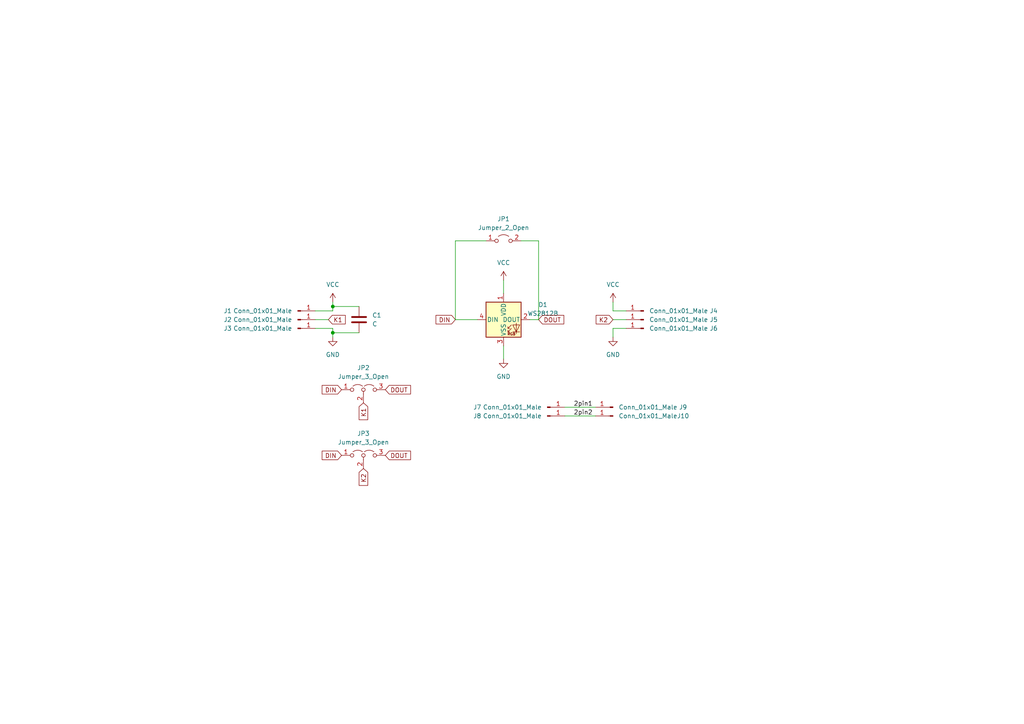
<source format=kicad_sch>
(kicad_sch (version 20211123) (generator eeschema)
  (paper "A4")
  (lib_symbols
    (symbol "Connector:Conn_01x01_Male" (pin_names (offset 1.016) hide)
      (property "Reference" "J" (at 0 2.54 0))
      (property "Value" "Conn_01x01_Male" (at 0 -2.54 0))
      (symbol "Conn_01x01_Male_1_1"
        (polyline (pts (xy 1.27 0) (xy 0.8636 0)) (stroke (width 0.1524)))
        (rectangle (start 0.8636 0.127) (end 0 -0.127) (stroke (width 0.1524)) (fill (type outline)))
        (pin passive line (at 5.08 0 180) (length 3.81) (name "Pin_1") (number "1"))
      )
    )
    (symbol "Device:C" (pin_numbers hide) (pin_names (offset 0.254))
      (property "Reference" "C" (at 0.635 2.54 0))
      (property "Value" "C" (at 0.635 -2.54 0))
      (symbol "C_0_1"
        (polyline (pts (xy -2.032 -0.762) (xy 2.032 -0.762)) (stroke (width 0.508)))
        (polyline (pts (xy -2.032 0.762) (xy 2.032 0.762)) (stroke (width 0.508)))
      )
      (symbol "C_1_1"
        (pin passive line (at 0 3.81 270) (length 2.794) (name "~") (number "1"))
        (pin passive line (at 0 -3.81 90) (length 2.794) (name "~") (number "2"))
      )
    )
    (symbol "Jumper:Jumper_2_Open" (pin_names (offset 0) hide)
      (property "Reference" "JP" (at 0 2.794 0))
      (property "Value" "Jumper_2_Open" (at 0 -2.286 0))
      (symbol "Jumper_2_Open_0_0"
        (circle (center -2.032 0) (radius 0.508))
        (circle (center 2.032 0) (radius 0.508))
      )
      (symbol "Jumper_2_Open_0_1"
        (arc (start 1.524 1.27) (mid 0 1.778) (end -1.524 1.27))
      )
      (symbol "Jumper_2_Open_1_1"
        (pin passive line (at -5.08 0 0) (length 2.54) (name "A") (number "1"))
        (pin passive line (at 5.08 0 180) (length 2.54) (name "B") (number "2"))
      )
    )
    (symbol "Jumper:Jumper_3_Open" (pin_names (offset 0) hide)
      (property "Reference" "JP" (at -2.54 -2.54 0))
      (property "Value" "Jumper_3_Open" (at 0 2.794 0))
      (symbol "Jumper_3_Open_0_0"
        (circle (center -3.302 0) (radius 0.508))
        (circle (center 0 0) (radius 0.508))
        (circle (center 3.302 0) (radius 0.508))
      )
      (symbol "Jumper_3_Open_0_1"
        (arc (start -0.254 1.016) (mid -1.651 1.4992) (end -3.048 1.016))
        (polyline (pts (xy 0 -0.508) (xy 0 -1.27)))
        (arc (start 3.048 1.016) (mid 1.651 1.4992) (end 0.254 1.016))
      )
      (symbol "Jumper_3_Open_1_1"
        (pin passive line (at -6.35 0 0) (length 2.54) (name "A") (number "1"))
        (pin passive line (at 0 -3.81 90) (length 2.54) (name "C") (number "2"))
        (pin passive line (at 6.35 0 180) (length 2.54) (name "B") (number "3"))
      )
    )
    (symbol "LED:WS2812B" (pin_names (offset 0.254))
      (property "Reference" "D" (at 5.08 5.715 0))
      (property "Value" "WS2812B" (at 1.27 -5.715 0))
      (symbol "WS2812B_0_0"
        (text "RGB" (at 2.286 -4.191 0) (effects (font (size 0.762 0.762))))
      )
      (symbol "WS2812B_0_1"
        (polyline (pts (xy 1.27 -3.556) (xy 1.778 -3.556)))
        (polyline (pts (xy 1.27 -2.54) (xy 1.778 -2.54)))
        (polyline (pts (xy 4.699 -3.556) (xy 2.667 -3.556)))
        (polyline (pts (xy 2.286 -2.54) (xy 1.27 -3.556) (xy 1.27 -3.048)))
        (polyline (pts (xy 2.286 -1.524) (xy 1.27 -2.54) (xy 1.27 -2.032)))
        (polyline (pts (xy 3.683 -1.016) (xy 3.683 -3.556) (xy 3.683 -4.064)))
        (polyline (pts (xy 4.699 -1.524) (xy 2.667 -1.524) (xy 3.683 -3.556) (xy 4.699 -1.524)))
        (rectangle (start 5.08 5.08) (end -5.08 -5.08) (stroke (width 0.254)) (fill (type background)))
      )
      (symbol "WS2812B_1_1"
        (pin power_in line (at 0 7.62 270) (length 2.54) (name "VDD") (number "1"))
        (pin output line (at 7.62 0 180) (length 2.54) (name "DOUT") (number "2"))
        (pin power_in line (at 0 -7.62 90) (length 2.54) (name "VSS") (number "3"))
        (pin input line (at -7.62 0 0) (length 2.54) (name "DIN") (number "4"))
      )
    )
    (symbol "power:GND" (power) (pin_names (offset 0))
      (property "Value" "GND" (at 0 -3.81 0))
      (symbol "GND_0_1"
        (polyline (pts (xy 0 0) (xy 0 -1.27) (xy 1.27 -1.27) (xy 0 -2.54) (xy -1.27 -1.27) (xy 0 -1.27)))
      )
      (symbol "GND_1_1"
        (pin power_in line (at 0 0 270) (length 0) hide (name "GND") (number "1"))
      )
    )
    (symbol "power:VCC" (power) (pin_names (offset 0))
      (property "Value" "VCC" (at 0 3.81 0))
      (symbol "VCC_0_1"
        (polyline (pts (xy -0.762 1.27) (xy 0 2.54)))
        (polyline (pts (xy 0 0) (xy 0 2.54)))
        (polyline (pts (xy 0 2.54) (xy 0.762 1.27)))
      )
      (symbol "VCC_1_1"
        (pin power_in line (at 0 0 90) (length 0) hide (name "VCC") (number "1"))
      )
    )
  )
  (junction (at 96.52 96.52))
  (junction (at 96.52 88.9))
  (wire (pts (xy 177.8 95.25) (xy 181.61 95.25)))
  (wire (pts (xy 132.08 69.85) (xy 140.97 69.85)))
  (wire (pts (xy 91.44 95.25) (xy 96.52 95.25)))
  (wire (pts (xy 96.52 96.52) (xy 104.14 96.52)))
  (wire (pts (xy 132.08 92.71) (xy 138.43 92.71)))
  (wire (pts (xy 132.08 92.71) (xy 132.08 69.85)))
  (wire (pts (xy 96.52 88.9) (xy 104.14 88.9)))
  (wire (pts (xy 96.52 95.25) (xy 96.52 96.52)))
  (wire (pts (xy 177.8 92.71) (xy 181.61 92.71)))
  (wire (pts (xy 163.83 120.65) (xy 172.72 120.65)))
  (wire (pts (xy 91.44 90.17) (xy 96.52 90.17)))
  (wire (pts (xy 177.8 97.79) (xy 177.8 95.25)))
  (wire (pts (xy 151.13 69.85) (xy 156.21 69.85)))
  (wire (pts (xy 91.44 92.71) (xy 95.25 92.71)))
  (wire (pts (xy 153.67 92.71) (xy 156.21 92.71)))
  (wire (pts (xy 96.52 96.52) (xy 96.52 97.79)))
  (wire (pts (xy 163.83 118.11) (xy 172.72 118.11)))
  (wire (pts (xy 177.8 90.17) (xy 181.61 90.17)))
  (wire (pts (xy 96.52 90.17) (xy 96.52 88.9)))
  (wire (pts (xy 146.05 81.28) (xy 146.05 85.09)))
  (wire (pts (xy 177.8 87.63) (xy 177.8 90.17)))
  (wire (pts (xy 146.05 100.33) (xy 146.05 104.14)))
  (wire (pts (xy 156.21 69.85) (xy 156.21 92.71)))
  (wire (pts (xy 96.52 88.9) (xy 96.52 87.63)))
  (label "2pin2" (at 166.37 120.65 0))
  (label "2pin1" (at 166.37 118.11 0))
  (global_label "DOUT" (shape input) (at 111.76 113.03 0) (property "Intersheet References" "${INTERSHEET_REFS}" (effects hide)))
  (global_label "DIN" (shape input) (at 99.06 132.08 180) (property "Intersheet References" "${INTERSHEET_REFS}" (effects hide)))
  (global_label "DIN" (shape input) (at 99.06 113.03 180) (property "Intersheet References" "${INTERSHEET_REFS}" (effects hide)))
  (global_label "DOUT" (shape input) (at 111.76 132.08 0) (property "Intersheet References" "${INTERSHEET_REFS}" (effects hide)))
  (global_label "K1" (shape input) (at 95.25 92.71 0) (property "Intersheet References" "${INTERSHEET_REFS}" (effects hide)))
  (global_label "K2" (shape input) (at 105.41 135.89 270) (property "Intersheet References" "${INTERSHEET_REFS}" (effects hide)))
  (global_label "DOUT" (shape input) (at 156.21 92.71 0) (property "Intersheet References" "${INTERSHEET_REFS}" (effects hide)))
  (global_label "K1" (shape input) (at 105.41 116.84 270) (property "Intersheet References" "${INTERSHEET_REFS}" (effects hide)))
  (global_label "DIN" (shape input) (at 132.08 92.71 180) (property "Intersheet References" "${INTERSHEET_REFS}" (effects hide)))
  (global_label "K2" (shape input) (at 177.8 92.71 180) (property "Intersheet References" "${INTERSHEET_REFS}" (effects hide)))
  (symbol (lib_id "LED:WS2812B") (at 146.05 92.71 0) (unit 1)
    (property "Reference" "D1" (at 157.48 88.3793 0))
    (property "Value" "WS2812B" (at 157.48 90.9193 0))
    (property "Footprint" "LED_SMD:LED_WS2812B_PLCC4_5.0x5.0mm_P3.2mm" (effects hide))
    (property "Datasheet" "https://cdn-shop.adafruit.com/datasheets/WS2812B.pdf" (effects hide))
  )
  (symbol (lib_id "Connector:Conn_01x01_Male") (at 186.69 90.17 180) (unit 1)
    (property "Reference" "J4" (at 207.01 90.17 0))
    (property "Value" "Conn_01x01_Male" (at 196.85 90.17 0))
    (property "Footprint" "TestPoint:TestPoint_Pad_2.0x2.0mm" (effects hide))
  )
  (symbol (lib_id "power:GND") (at 146.05 104.14 0) (unit 1)
    (property "Reference" "#PWR0101" (effects hide))
    (property "Value" "GND" (at 146.05 109.22 0))
  )
  (symbol (lib_id "Jumper:Jumper_2_Open") (at 146.05 69.85 0) (unit 1)
    (property "Reference" "JP1" (at 146.05 63.5 0))
    (property "Value" "Jumper_2_Open" (at 146.05 66.04 0))
    (property "Footprint" "Jumper:SolderJumper-2_P1.3mm_Open_Pad1.0x1.5mm" (effects hide))
  )
  (symbol (lib_id "Connector:Conn_01x01_Male") (at 186.69 92.71 180) (unit 1)
    (property "Reference" "J5" (at 207.01 92.71 0))
    (property "Value" "Conn_01x01_Male" (at 196.85 92.71 0))
    (property "Footprint" "TestPoint:TestPoint_Pad_2.0x2.0mm" (effects hide))
  )
  (symbol (lib_id "power:VCC") (at 96.52 87.63 0) (unit 1)
    (property "Reference" "#PWR0103" (effects hide))
    (property "Value" "VCC" (at 96.52 82.55 0))
  )
  (symbol (lib_id "Connector:Conn_01x01_Male") (at 158.75 118.11 0) (unit 1)
    (property "Reference" "J7" (at 138.43 118.11 0))
    (property "Value" "Conn_01x01_Male" (at 148.59 118.11 0))
    (property "Footprint" "TestPoint:TestPoint_Pad_2.0x2.0mm" (effects hide))
  )
  (symbol (lib_id "Connector:Conn_01x01_Male") (at 158.75 120.65 0) (unit 1)
    (property "Reference" "J8" (at 138.43 120.65 0))
    (property "Value" "Conn_01x01_Male" (at 148.59 120.65 0))
    (property "Footprint" "TestPoint:TestPoint_Pad_2.0x2.0mm" (effects hide))
  )
  (symbol (lib_id "Connector:Conn_01x01_Male") (at 86.36 92.71 0) (unit 1)
    (property "Reference" "J2" (at 66.04 92.71 0))
    (property "Value" "Conn_01x01_Male" (at 76.2 92.71 0))
    (property "Footprint" "TestPoint:TestPoint_Pad_2.0x2.0mm" (effects hide))
  )
  (symbol (lib_id "Connector:Conn_01x01_Male") (at 186.69 95.25 180) (unit 1)
    (property "Reference" "J6" (at 207.01 95.25 0))
    (property "Value" "Conn_01x01_Male" (at 196.85 95.25 0))
    (property "Footprint" "TestPoint:TestPoint_Pad_2.0x2.0mm" (effects hide))
  )
  (symbol (lib_id "Connector:Conn_01x01_Male") (at 177.8 118.11 180) (unit 1)
    (property "Reference" "J9" (at 198.12 118.11 0))
    (property "Value" "Conn_01x01_Male" (at 187.96 118.11 0))
    (property "Footprint" "TestPoint:TestPoint_Pad_2.0x2.0mm" (effects hide))
  )
  (symbol (lib_id "Device:C") (at 104.14 92.71 0) (unit 1)
    (property "Reference" "C1" (at 107.95 91.4399 0) (effects (justify left)))
    (property "Value" "C" (at 107.95 93.9799 0) (effects (justify left)))
    (property "Footprint" "Capacitor_SMD:C_0603_1608Metric" (effects hide))
  )
  (symbol (lib_id "power:GND") (at 177.8 97.79 0) (unit 1)
    (property "Reference" "#PWR0102" (effects hide))
    (property "Value" "GND" (at 177.8 102.87 0))
  )
  (symbol (lib_id "Connector:Conn_01x01_Male") (at 86.36 95.25 0) (unit 1)
    (property "Reference" "J3" (at 66.04 95.25 0))
    (property "Value" "Conn_01x01_Male" (at 76.2 95.25 0))
    (property "Footprint" "TestPoint:TestPoint_Pad_2.0x2.0mm" (effects hide))
  )
  (symbol (lib_id "Jumper:Jumper_3_Open") (at 105.41 113.03 0) (unit 1)
    (property "Reference" "JP2" (at 105.41 106.68 0))
    (property "Value" "Jumper_3_Open" (at 105.41 109.22 0))
    (property "Footprint" "Jumper:SolderJumper-3_P1.3mm_Open_Pad1.0x1.5mm" (effects hide))
  )
  (symbol (lib_id "Jumper:Jumper_3_Open") (at 105.41 132.08 0) (unit 1)
    (property "Reference" "JP3" (at 105.41 125.73 0))
    (property "Value" "Jumper_3_Open" (at 105.41 128.27 0))
    (property "Footprint" "Jumper:SolderJumper-3_P1.3mm_Open_Pad1.0x1.5mm" (effects hide))
  )
  (symbol (lib_id "Connector:Conn_01x01_Male") (at 86.36 90.17 0) (unit 1)
    (property "Reference" "J1" (at 66.04 90.17 0))
    (property "Value" "Conn_01x01_Male" (at 76.2 90.17 0))
    (property "Footprint" "TestPoint:TestPoint_Pad_2.0x2.0mm" (effects hide))
  )
  (symbol (lib_id "power:VCC") (at 177.8 87.63 0) (unit 1)
    (property "Reference" "#PWR0105" (effects hide))
    (property "Value" "VCC" (at 177.8 82.55 0))
  )
  (symbol (lib_id "power:GND") (at 96.52 97.79 0) (unit 1)
    (property "Reference" "#PWR0106" (effects hide))
    (property "Value" "GND" (at 96.52 102.87 0))
  )
  (symbol (lib_id "power:VCC") (at 146.05 81.28 0) (unit 1)
    (property "Reference" "#PWR0104" (effects hide))
    (property "Value" "VCC" (at 146.05 76.2 0))
  )
  (symbol (lib_id "Connector:Conn_01x01_Male") (at 177.8 120.65 180) (unit 1)
    (property "Reference" "J10" (at 198.12 120.65 0))
    (property "Value" "Conn_01x01_Male" (at 187.96 120.65 0))
    (property "Footprint" "TestPoint:TestPoint_Pad_2.0x2.0mm" (effects hide))
  )
)
</source>
